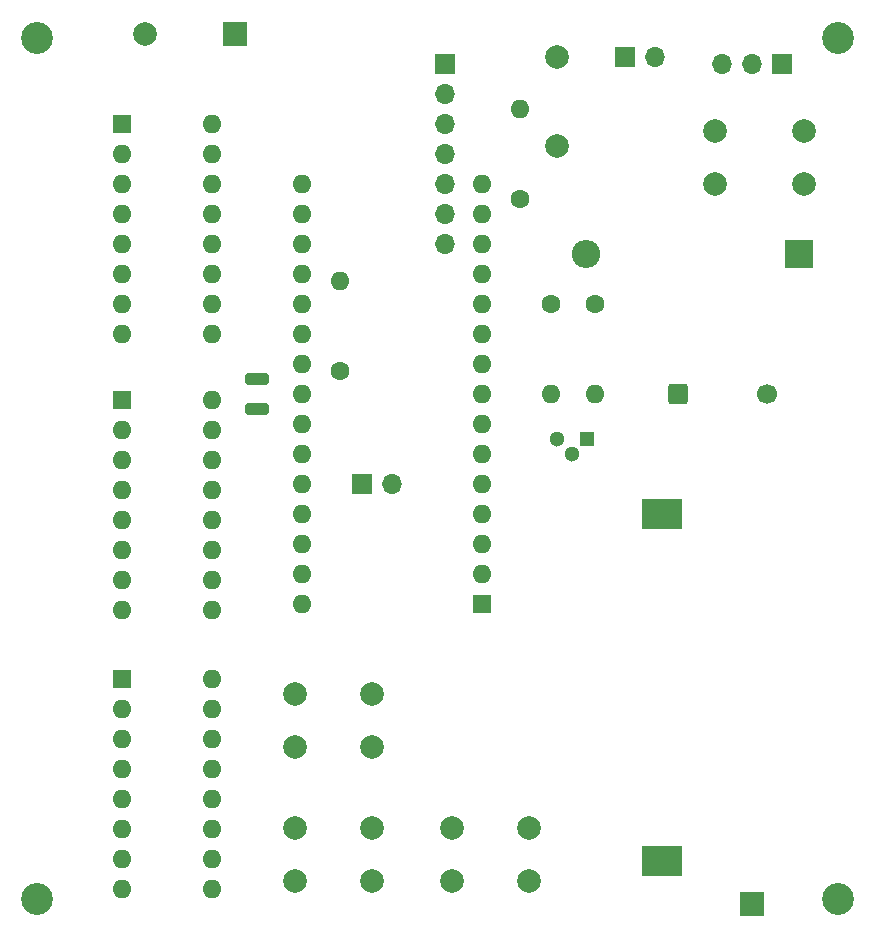
<source format=gbr>
%TF.GenerationSoftware,KiCad,Pcbnew,8.0.6*%
%TF.CreationDate,2024-12-28T16:15:17+01:00*%
%TF.ProjectId,lightning_detector,6c696768-746e-4696-9e67-5f6465746563,rev?*%
%TF.SameCoordinates,Original*%
%TF.FileFunction,Soldermask,Bot*%
%TF.FilePolarity,Negative*%
%FSLAX46Y46*%
G04 Gerber Fmt 4.6, Leading zero omitted, Abs format (unit mm)*
G04 Created by KiCad (PCBNEW 8.0.6) date 2024-12-28 16:15:17*
%MOMM*%
%LPD*%
G01*
G04 APERTURE LIST*
G04 Aperture macros list*
%AMRoundRect*
0 Rectangle with rounded corners*
0 $1 Rounding radius*
0 $2 $3 $4 $5 $6 $7 $8 $9 X,Y pos of 4 corners*
0 Add a 4 corners polygon primitive as box body*
4,1,4,$2,$3,$4,$5,$6,$7,$8,$9,$2,$3,0*
0 Add four circle primitives for the rounded corners*
1,1,$1+$1,$2,$3*
1,1,$1+$1,$4,$5*
1,1,$1+$1,$6,$7*
1,1,$1+$1,$8,$9*
0 Add four rect primitives between the rounded corners*
20,1,$1+$1,$2,$3,$4,$5,0*
20,1,$1+$1,$4,$5,$6,$7,0*
20,1,$1+$1,$6,$7,$8,$9,0*
20,1,$1+$1,$8,$9,$2,$3,0*%
G04 Aperture macros list end*
%ADD10C,2.700000*%
%ADD11C,2.000000*%
%ADD12R,1.600000X1.600000*%
%ADD13O,1.600000X1.600000*%
%ADD14R,2.000000X2.000000*%
%ADD15RoundRect,0.249900X-0.600100X-0.600100X0.600100X-0.600100X0.600100X0.600100X-0.600100X0.600100X0*%
%ADD16C,1.700000*%
%ADD17R,1.300000X1.300000*%
%ADD18C,1.300000*%
%ADD19C,1.600000*%
%ADD20R,2.400000X2.400000*%
%ADD21O,2.400000X2.400000*%
%ADD22R,1.700000X1.700000*%
%ADD23O,1.700000X1.700000*%
%ADD24R,3.510000X2.540000*%
%ADD25RoundRect,0.250000X-0.750000X0.250000X-0.750000X-0.250000X0.750000X-0.250000X0.750000X0.250000X0*%
G04 APERTURE END LIST*
D10*
%TO.C,H1*%
X30861000Y-20701000D03*
%TD*%
D11*
%TO.C,SW7*%
X66040000Y-87575000D03*
X72540000Y-87575000D03*
X66040000Y-92075000D03*
X72540000Y-92075000D03*
%TD*%
%TO.C,SW5*%
X52705000Y-76200000D03*
X59205000Y-76200000D03*
X52705000Y-80700000D03*
X59205000Y-80700000D03*
%TD*%
D12*
%TO.C,SW2*%
X38100000Y-27940000D03*
D13*
X38100000Y-30480000D03*
X38100000Y-33020000D03*
X38100000Y-35560000D03*
X38100000Y-38100000D03*
X38100000Y-40640000D03*
X38100000Y-43180000D03*
X38100000Y-45720000D03*
X45720000Y-45720000D03*
X45720000Y-43180000D03*
X45720000Y-40640000D03*
X45720000Y-38100000D03*
X45720000Y-35560000D03*
X45720000Y-33020000D03*
X45720000Y-30480000D03*
X45720000Y-27940000D03*
%TD*%
D14*
%TO.C,TP3*%
X47625000Y-20320000D03*
%TD*%
D11*
%TO.C,C4*%
X74930000Y-29785000D03*
X74930000Y-22285000D03*
%TD*%
D15*
%TO.C,LS1*%
X85110000Y-50800000D03*
D16*
X92710000Y-50800000D03*
%TD*%
D10*
%TO.C,H3*%
X98679000Y-93599000D03*
%TD*%
D17*
%TO.C,Q1*%
X77470000Y-54610000D03*
D18*
X76200000Y-55880000D03*
X74930000Y-54610000D03*
%TD*%
D19*
%TO.C,R2*%
X78105000Y-43180000D03*
D13*
X78105000Y-50800000D03*
%TD*%
D11*
%TO.C,C2*%
X88325000Y-33020000D03*
X95825000Y-33020000D03*
%TD*%
D12*
%TO.C,SW3*%
X38100000Y-51308000D03*
D13*
X38100000Y-53848000D03*
X38100000Y-56388000D03*
X38100000Y-58928000D03*
X38100000Y-61468000D03*
X38100000Y-64008000D03*
X38100000Y-66548000D03*
X38100000Y-69088000D03*
X45720000Y-69088000D03*
X45720000Y-66548000D03*
X45720000Y-64008000D03*
X45720000Y-61468000D03*
X45720000Y-58928000D03*
X45720000Y-56388000D03*
X45720000Y-53848000D03*
X45720000Y-51308000D03*
%TD*%
D20*
%TO.C,C1*%
X95360000Y-38977500D03*
D21*
X77360000Y-38977500D03*
%TD*%
D19*
%TO.C,R4*%
X71755000Y-34290000D03*
D13*
X71755000Y-26670000D03*
%TD*%
D19*
%TO.C,R1*%
X74422000Y-43180000D03*
D13*
X74422000Y-50800000D03*
%TD*%
D22*
%TO.C,SW1*%
X93980000Y-22860000D03*
D23*
X91440000Y-22860000D03*
X88900000Y-22860000D03*
%TD*%
D11*
%TO.C,C3*%
X88325000Y-28575000D03*
X95825000Y-28575000D03*
%TD*%
D10*
%TO.C,H4*%
X98679000Y-20701000D03*
%TD*%
D19*
%TO.C,R3*%
X56515000Y-48895000D03*
D13*
X56515000Y-41275000D03*
%TD*%
D10*
%TO.C,H2*%
X30861000Y-93599000D03*
%TD*%
D11*
%TO.C,TP1*%
X40005000Y-20320000D03*
%TD*%
D12*
%TO.C,SW4*%
X38100000Y-74930000D03*
D13*
X38100000Y-77470000D03*
X38100000Y-80010000D03*
X38100000Y-82550000D03*
X38100000Y-85090000D03*
X38100000Y-87630000D03*
X38100000Y-90170000D03*
X38100000Y-92710000D03*
X45720000Y-92710000D03*
X45720000Y-90170000D03*
X45720000Y-87630000D03*
X45720000Y-85090000D03*
X45720000Y-82550000D03*
X45720000Y-80010000D03*
X45720000Y-77470000D03*
X45720000Y-74930000D03*
%TD*%
D12*
%TO.C,A1*%
X68580000Y-68580000D03*
D13*
X68580000Y-66040000D03*
X68580000Y-63500000D03*
X68580000Y-60960000D03*
X68580000Y-58420000D03*
X68580000Y-55880000D03*
X68580000Y-53340000D03*
X68580000Y-50800000D03*
X68580000Y-48260000D03*
X68580000Y-45720000D03*
X68580000Y-43180000D03*
X68580000Y-40640000D03*
X68580000Y-38100000D03*
X68580000Y-35560000D03*
X68580000Y-33020000D03*
X53340000Y-33020000D03*
X53340000Y-35560000D03*
X53340000Y-38100000D03*
X53340000Y-40640000D03*
X53340000Y-43180000D03*
X53340000Y-45720000D03*
X53340000Y-48260000D03*
X53340000Y-50800000D03*
X53340000Y-53340000D03*
X53340000Y-55880000D03*
X53340000Y-58420000D03*
X53340000Y-60960000D03*
X53340000Y-63500000D03*
X53340000Y-66040000D03*
X53340000Y-68580000D03*
%TD*%
D11*
%TO.C,SW6*%
X52705000Y-87575000D03*
X59205000Y-87575000D03*
X52705000Y-92075000D03*
X59205000Y-92075000D03*
%TD*%
D14*
%TO.C,TP5*%
X91440000Y-93980000D03*
%TD*%
D24*
%TO.C,BT2*%
X83820000Y-90320000D03*
X83820000Y-60960000D03*
%TD*%
D25*
%TO.C,J4*%
X49530000Y-49530000D03*
%TD*%
%TO.C,J3*%
X49530000Y-52070000D03*
%TD*%
D22*
%TO.C,J1*%
X65405000Y-22860000D03*
D23*
X65405000Y-25400000D03*
X65405000Y-27940000D03*
X65405000Y-30480000D03*
X65405000Y-33020000D03*
X65405000Y-35560000D03*
X65405000Y-38100000D03*
%TD*%
D22*
%TO.C,J7*%
X58420000Y-58420000D03*
D23*
X60960000Y-58420000D03*
%TD*%
D22*
%TO.C,J2*%
X80640000Y-22295000D03*
D23*
X83180000Y-22295000D03*
%TD*%
M02*

</source>
